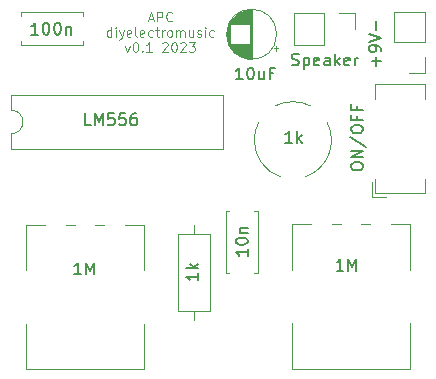
<source format=gbr>
%TF.GenerationSoftware,KiCad,Pcbnew,(6.0.5)*%
%TF.CreationDate,2023-09-02T14:46:17+01:00*%
%TF.ProjectId,AtariPunkConsole,41746172-6950-4756-9e6b-436f6e736f6c,rev?*%
%TF.SameCoordinates,Original*%
%TF.FileFunction,Legend,Top*%
%TF.FilePolarity,Positive*%
%FSLAX46Y46*%
G04 Gerber Fmt 4.6, Leading zero omitted, Abs format (unit mm)*
G04 Created by KiCad (PCBNEW (6.0.5)) date 2023-09-02 14:46:17*
%MOMM*%
%LPD*%
G01*
G04 APERTURE LIST*
%ADD10C,0.100000*%
%ADD11C,0.150000*%
%ADD12C,0.120000*%
G04 APERTURE END LIST*
D10*
X131519523Y-91225333D02*
X131900476Y-91225333D01*
X131443333Y-91453904D02*
X131710000Y-90653904D01*
X131976666Y-91453904D01*
X132243333Y-91453904D02*
X132243333Y-90653904D01*
X132548095Y-90653904D01*
X132624285Y-90692000D01*
X132662380Y-90730095D01*
X132700476Y-90806285D01*
X132700476Y-90920571D01*
X132662380Y-90996761D01*
X132624285Y-91034857D01*
X132548095Y-91072952D01*
X132243333Y-91072952D01*
X133500476Y-91377714D02*
X133462380Y-91415809D01*
X133348095Y-91453904D01*
X133271904Y-91453904D01*
X133157619Y-91415809D01*
X133081428Y-91339619D01*
X133043333Y-91263428D01*
X133005238Y-91111047D01*
X133005238Y-90996761D01*
X133043333Y-90844380D01*
X133081428Y-90768190D01*
X133157619Y-90692000D01*
X133271904Y-90653904D01*
X133348095Y-90653904D01*
X133462380Y-90692000D01*
X133500476Y-90730095D01*
X128357619Y-92741904D02*
X128357619Y-91941904D01*
X128357619Y-92703809D02*
X128281428Y-92741904D01*
X128129047Y-92741904D01*
X128052857Y-92703809D01*
X128014761Y-92665714D01*
X127976666Y-92589523D01*
X127976666Y-92360952D01*
X128014761Y-92284761D01*
X128052857Y-92246666D01*
X128129047Y-92208571D01*
X128281428Y-92208571D01*
X128357619Y-92246666D01*
X128738571Y-92741904D02*
X128738571Y-92208571D01*
X128738571Y-91941904D02*
X128700476Y-91980000D01*
X128738571Y-92018095D01*
X128776666Y-91980000D01*
X128738571Y-91941904D01*
X128738571Y-92018095D01*
X129043333Y-92208571D02*
X129233809Y-92741904D01*
X129424285Y-92208571D02*
X129233809Y-92741904D01*
X129157619Y-92932380D01*
X129119523Y-92970476D01*
X129043333Y-93008571D01*
X130033809Y-92703809D02*
X129957619Y-92741904D01*
X129805238Y-92741904D01*
X129729047Y-92703809D01*
X129690952Y-92627619D01*
X129690952Y-92322857D01*
X129729047Y-92246666D01*
X129805238Y-92208571D01*
X129957619Y-92208571D01*
X130033809Y-92246666D01*
X130071904Y-92322857D01*
X130071904Y-92399047D01*
X129690952Y-92475238D01*
X130529047Y-92741904D02*
X130452857Y-92703809D01*
X130414761Y-92627619D01*
X130414761Y-91941904D01*
X131138571Y-92703809D02*
X131062380Y-92741904D01*
X130910000Y-92741904D01*
X130833809Y-92703809D01*
X130795714Y-92627619D01*
X130795714Y-92322857D01*
X130833809Y-92246666D01*
X130910000Y-92208571D01*
X131062380Y-92208571D01*
X131138571Y-92246666D01*
X131176666Y-92322857D01*
X131176666Y-92399047D01*
X130795714Y-92475238D01*
X131862380Y-92703809D02*
X131786190Y-92741904D01*
X131633809Y-92741904D01*
X131557619Y-92703809D01*
X131519523Y-92665714D01*
X131481428Y-92589523D01*
X131481428Y-92360952D01*
X131519523Y-92284761D01*
X131557619Y-92246666D01*
X131633809Y-92208571D01*
X131786190Y-92208571D01*
X131862380Y-92246666D01*
X132090952Y-92208571D02*
X132395714Y-92208571D01*
X132205238Y-91941904D02*
X132205238Y-92627619D01*
X132243333Y-92703809D01*
X132319523Y-92741904D01*
X132395714Y-92741904D01*
X132662380Y-92741904D02*
X132662380Y-92208571D01*
X132662380Y-92360952D02*
X132700476Y-92284761D01*
X132738571Y-92246666D01*
X132814761Y-92208571D01*
X132890952Y-92208571D01*
X133271904Y-92741904D02*
X133195714Y-92703809D01*
X133157619Y-92665714D01*
X133119523Y-92589523D01*
X133119523Y-92360952D01*
X133157619Y-92284761D01*
X133195714Y-92246666D01*
X133271904Y-92208571D01*
X133386190Y-92208571D01*
X133462380Y-92246666D01*
X133500476Y-92284761D01*
X133538571Y-92360952D01*
X133538571Y-92589523D01*
X133500476Y-92665714D01*
X133462380Y-92703809D01*
X133386190Y-92741904D01*
X133271904Y-92741904D01*
X133881428Y-92741904D02*
X133881428Y-92208571D01*
X133881428Y-92284761D02*
X133919523Y-92246666D01*
X133995714Y-92208571D01*
X134110000Y-92208571D01*
X134186190Y-92246666D01*
X134224285Y-92322857D01*
X134224285Y-92741904D01*
X134224285Y-92322857D02*
X134262380Y-92246666D01*
X134338571Y-92208571D01*
X134452857Y-92208571D01*
X134529047Y-92246666D01*
X134567142Y-92322857D01*
X134567142Y-92741904D01*
X135290952Y-92208571D02*
X135290952Y-92741904D01*
X134948095Y-92208571D02*
X134948095Y-92627619D01*
X134986190Y-92703809D01*
X135062380Y-92741904D01*
X135176666Y-92741904D01*
X135252857Y-92703809D01*
X135290952Y-92665714D01*
X135633809Y-92703809D02*
X135710000Y-92741904D01*
X135862380Y-92741904D01*
X135938571Y-92703809D01*
X135976666Y-92627619D01*
X135976666Y-92589523D01*
X135938571Y-92513333D01*
X135862380Y-92475238D01*
X135748095Y-92475238D01*
X135671904Y-92437142D01*
X135633809Y-92360952D01*
X135633809Y-92322857D01*
X135671904Y-92246666D01*
X135748095Y-92208571D01*
X135862380Y-92208571D01*
X135938571Y-92246666D01*
X136319523Y-92741904D02*
X136319523Y-92208571D01*
X136319523Y-91941904D02*
X136281428Y-91980000D01*
X136319523Y-92018095D01*
X136357619Y-91980000D01*
X136319523Y-91941904D01*
X136319523Y-92018095D01*
X137043333Y-92703809D02*
X136967142Y-92741904D01*
X136814761Y-92741904D01*
X136738571Y-92703809D01*
X136700476Y-92665714D01*
X136662380Y-92589523D01*
X136662380Y-92360952D01*
X136700476Y-92284761D01*
X136738571Y-92246666D01*
X136814761Y-92208571D01*
X136967142Y-92208571D01*
X137043333Y-92246666D01*
X129538571Y-93496571D02*
X129729047Y-94029904D01*
X129919523Y-93496571D01*
X130376666Y-93229904D02*
X130452857Y-93229904D01*
X130529047Y-93268000D01*
X130567142Y-93306095D01*
X130605238Y-93382285D01*
X130643333Y-93534666D01*
X130643333Y-93725142D01*
X130605238Y-93877523D01*
X130567142Y-93953714D01*
X130529047Y-93991809D01*
X130452857Y-94029904D01*
X130376666Y-94029904D01*
X130300476Y-93991809D01*
X130262380Y-93953714D01*
X130224285Y-93877523D01*
X130186190Y-93725142D01*
X130186190Y-93534666D01*
X130224285Y-93382285D01*
X130262380Y-93306095D01*
X130300476Y-93268000D01*
X130376666Y-93229904D01*
X130986190Y-93953714D02*
X131024285Y-93991809D01*
X130986190Y-94029904D01*
X130948095Y-93991809D01*
X130986190Y-93953714D01*
X130986190Y-94029904D01*
X131786190Y-94029904D02*
X131329047Y-94029904D01*
X131557619Y-94029904D02*
X131557619Y-93229904D01*
X131481428Y-93344190D01*
X131405238Y-93420380D01*
X131329047Y-93458476D01*
X132700476Y-93306095D02*
X132738571Y-93268000D01*
X132814761Y-93229904D01*
X133005238Y-93229904D01*
X133081428Y-93268000D01*
X133119523Y-93306095D01*
X133157619Y-93382285D01*
X133157619Y-93458476D01*
X133119523Y-93572761D01*
X132662380Y-94029904D01*
X133157619Y-94029904D01*
X133652857Y-93229904D02*
X133729047Y-93229904D01*
X133805238Y-93268000D01*
X133843333Y-93306095D01*
X133881428Y-93382285D01*
X133919523Y-93534666D01*
X133919523Y-93725142D01*
X133881428Y-93877523D01*
X133843333Y-93953714D01*
X133805238Y-93991809D01*
X133729047Y-94029904D01*
X133652857Y-94029904D01*
X133576666Y-93991809D01*
X133538571Y-93953714D01*
X133500476Y-93877523D01*
X133462380Y-93725142D01*
X133462380Y-93534666D01*
X133500476Y-93382285D01*
X133538571Y-93306095D01*
X133576666Y-93268000D01*
X133652857Y-93229904D01*
X134224285Y-93306095D02*
X134262380Y-93268000D01*
X134338571Y-93229904D01*
X134529047Y-93229904D01*
X134605238Y-93268000D01*
X134643333Y-93306095D01*
X134681428Y-93382285D01*
X134681428Y-93458476D01*
X134643333Y-93572761D01*
X134186190Y-94029904D01*
X134681428Y-94029904D01*
X134948095Y-93229904D02*
X135443333Y-93229904D01*
X135176666Y-93534666D01*
X135290952Y-93534666D01*
X135367142Y-93572761D01*
X135405238Y-93610857D01*
X135443333Y-93687047D01*
X135443333Y-93877523D01*
X135405238Y-93953714D01*
X135367142Y-93991809D01*
X135290952Y-94029904D01*
X135062380Y-94029904D01*
X134986190Y-93991809D01*
X134948095Y-93953714D01*
D11*
X150821428Y-95224761D02*
X150821428Y-94462857D01*
X151202380Y-94843809D02*
X150440476Y-94843809D01*
X151202380Y-93939047D02*
X151202380Y-93748571D01*
X151154761Y-93653333D01*
X151107142Y-93605714D01*
X150964285Y-93510476D01*
X150773809Y-93462857D01*
X150392857Y-93462857D01*
X150297619Y-93510476D01*
X150250000Y-93558095D01*
X150202380Y-93653333D01*
X150202380Y-93843809D01*
X150250000Y-93939047D01*
X150297619Y-93986666D01*
X150392857Y-94034285D01*
X150630952Y-94034285D01*
X150726190Y-93986666D01*
X150773809Y-93939047D01*
X150821428Y-93843809D01*
X150821428Y-93653333D01*
X150773809Y-93558095D01*
X150726190Y-93510476D01*
X150630952Y-93462857D01*
X150202380Y-93177142D02*
X151202380Y-92843809D01*
X150202380Y-92510476D01*
X150821428Y-92177142D02*
X150821428Y-91415238D01*
%TO.C,RV2*%
X148014285Y-112542380D02*
X147442857Y-112542380D01*
X147728571Y-112542380D02*
X147728571Y-111542380D01*
X147633333Y-111685238D01*
X147538095Y-111780476D01*
X147442857Y-111828095D01*
X148442857Y-112542380D02*
X148442857Y-111542380D01*
X148776190Y-112256666D01*
X149109523Y-111542380D01*
X149109523Y-112542380D01*
%TO.C,S1*%
X148662380Y-103813809D02*
X148662380Y-103623333D01*
X148710000Y-103528095D01*
X148805238Y-103432857D01*
X148995714Y-103385238D01*
X149329047Y-103385238D01*
X149519523Y-103432857D01*
X149614761Y-103528095D01*
X149662380Y-103623333D01*
X149662380Y-103813809D01*
X149614761Y-103909047D01*
X149519523Y-104004285D01*
X149329047Y-104051904D01*
X148995714Y-104051904D01*
X148805238Y-104004285D01*
X148710000Y-103909047D01*
X148662380Y-103813809D01*
X149662380Y-102956666D02*
X148662380Y-102956666D01*
X149662380Y-102385238D01*
X148662380Y-102385238D01*
X148614761Y-101194761D02*
X149900476Y-102051904D01*
X148662380Y-100670952D02*
X148662380Y-100480476D01*
X148710000Y-100385238D01*
X148805238Y-100290000D01*
X148995714Y-100242380D01*
X149329047Y-100242380D01*
X149519523Y-100290000D01*
X149614761Y-100385238D01*
X149662380Y-100480476D01*
X149662380Y-100670952D01*
X149614761Y-100766190D01*
X149519523Y-100861428D01*
X149329047Y-100909047D01*
X148995714Y-100909047D01*
X148805238Y-100861428D01*
X148710000Y-100766190D01*
X148662380Y-100670952D01*
X149138571Y-99480476D02*
X149138571Y-99813809D01*
X149662380Y-99813809D02*
X148662380Y-99813809D01*
X148662380Y-99337619D01*
X149138571Y-98623333D02*
X149138571Y-98956666D01*
X149662380Y-98956666D02*
X148662380Y-98956666D01*
X148662380Y-98480476D01*
%TO.C,U1*%
X126649523Y-100232380D02*
X126173333Y-100232380D01*
X126173333Y-99232380D01*
X126982857Y-100232380D02*
X126982857Y-99232380D01*
X127316190Y-99946666D01*
X127649523Y-99232380D01*
X127649523Y-100232380D01*
X128601904Y-99232380D02*
X128125714Y-99232380D01*
X128078095Y-99708571D01*
X128125714Y-99660952D01*
X128220952Y-99613333D01*
X128459047Y-99613333D01*
X128554285Y-99660952D01*
X128601904Y-99708571D01*
X128649523Y-99803809D01*
X128649523Y-100041904D01*
X128601904Y-100137142D01*
X128554285Y-100184761D01*
X128459047Y-100232380D01*
X128220952Y-100232380D01*
X128125714Y-100184761D01*
X128078095Y-100137142D01*
X129554285Y-99232380D02*
X129078095Y-99232380D01*
X129030476Y-99708571D01*
X129078095Y-99660952D01*
X129173333Y-99613333D01*
X129411428Y-99613333D01*
X129506666Y-99660952D01*
X129554285Y-99708571D01*
X129601904Y-99803809D01*
X129601904Y-100041904D01*
X129554285Y-100137142D01*
X129506666Y-100184761D01*
X129411428Y-100232380D01*
X129173333Y-100232380D01*
X129078095Y-100184761D01*
X129030476Y-100137142D01*
X130459047Y-99232380D02*
X130268571Y-99232380D01*
X130173333Y-99280000D01*
X130125714Y-99327619D01*
X130030476Y-99470476D01*
X129982857Y-99660952D01*
X129982857Y-100041904D01*
X130030476Y-100137142D01*
X130078095Y-100184761D01*
X130173333Y-100232380D01*
X130363809Y-100232380D01*
X130459047Y-100184761D01*
X130506666Y-100137142D01*
X130554285Y-100041904D01*
X130554285Y-99803809D01*
X130506666Y-99708571D01*
X130459047Y-99660952D01*
X130363809Y-99613333D01*
X130173333Y-99613333D01*
X130078095Y-99660952D01*
X130030476Y-99708571D01*
X129982857Y-99803809D01*
%TO.C,R2*%
X135732380Y-112769047D02*
X135732380Y-113340476D01*
X135732380Y-113054761D02*
X134732380Y-113054761D01*
X134875238Y-113150000D01*
X134970476Y-113245238D01*
X135018095Y-113340476D01*
X135732380Y-112340476D02*
X134732380Y-112340476D01*
X135351428Y-112245238D02*
X135732380Y-111959523D01*
X135065714Y-111959523D02*
X135446666Y-112340476D01*
%TO.C,RV3*%
X143670952Y-101732380D02*
X143099523Y-101732380D01*
X143385238Y-101732380D02*
X143385238Y-100732380D01*
X143290000Y-100875238D01*
X143194761Y-100970476D01*
X143099523Y-101018095D01*
X144099523Y-101732380D02*
X144099523Y-100732380D01*
X144194761Y-101351428D02*
X144480476Y-101732380D01*
X144480476Y-101065714D02*
X144099523Y-101446666D01*
%TO.C,LS1*%
X143658095Y-95124761D02*
X143800952Y-95172380D01*
X144039047Y-95172380D01*
X144134285Y-95124761D01*
X144181904Y-95077142D01*
X144229523Y-94981904D01*
X144229523Y-94886666D01*
X144181904Y-94791428D01*
X144134285Y-94743809D01*
X144039047Y-94696190D01*
X143848571Y-94648571D01*
X143753333Y-94600952D01*
X143705714Y-94553333D01*
X143658095Y-94458095D01*
X143658095Y-94362857D01*
X143705714Y-94267619D01*
X143753333Y-94220000D01*
X143848571Y-94172380D01*
X144086666Y-94172380D01*
X144229523Y-94220000D01*
X144658095Y-94505714D02*
X144658095Y-95505714D01*
X144658095Y-94553333D02*
X144753333Y-94505714D01*
X144943809Y-94505714D01*
X145039047Y-94553333D01*
X145086666Y-94600952D01*
X145134285Y-94696190D01*
X145134285Y-94981904D01*
X145086666Y-95077142D01*
X145039047Y-95124761D01*
X144943809Y-95172380D01*
X144753333Y-95172380D01*
X144658095Y-95124761D01*
X145943809Y-95124761D02*
X145848571Y-95172380D01*
X145658095Y-95172380D01*
X145562857Y-95124761D01*
X145515238Y-95029523D01*
X145515238Y-94648571D01*
X145562857Y-94553333D01*
X145658095Y-94505714D01*
X145848571Y-94505714D01*
X145943809Y-94553333D01*
X145991428Y-94648571D01*
X145991428Y-94743809D01*
X145515238Y-94839047D01*
X146848571Y-95172380D02*
X146848571Y-94648571D01*
X146800952Y-94553333D01*
X146705714Y-94505714D01*
X146515238Y-94505714D01*
X146420000Y-94553333D01*
X146848571Y-95124761D02*
X146753333Y-95172380D01*
X146515238Y-95172380D01*
X146420000Y-95124761D01*
X146372380Y-95029523D01*
X146372380Y-94934285D01*
X146420000Y-94839047D01*
X146515238Y-94791428D01*
X146753333Y-94791428D01*
X146848571Y-94743809D01*
X147324761Y-95172380D02*
X147324761Y-94172380D01*
X147420000Y-94791428D02*
X147705714Y-95172380D01*
X147705714Y-94505714D02*
X147324761Y-94886666D01*
X148515238Y-95124761D02*
X148420000Y-95172380D01*
X148229523Y-95172380D01*
X148134285Y-95124761D01*
X148086666Y-95029523D01*
X148086666Y-94648571D01*
X148134285Y-94553333D01*
X148229523Y-94505714D01*
X148420000Y-94505714D01*
X148515238Y-94553333D01*
X148562857Y-94648571D01*
X148562857Y-94743809D01*
X148086666Y-94839047D01*
X148991428Y-95172380D02*
X148991428Y-94505714D01*
X148991428Y-94696190D02*
X149039047Y-94600952D01*
X149086666Y-94553333D01*
X149181904Y-94505714D01*
X149277142Y-94505714D01*
%TO.C,C2*%
X122180952Y-92562380D02*
X121609523Y-92562380D01*
X121895238Y-92562380D02*
X121895238Y-91562380D01*
X121800000Y-91705238D01*
X121704761Y-91800476D01*
X121609523Y-91848095D01*
X122800000Y-91562380D02*
X122895238Y-91562380D01*
X122990476Y-91610000D01*
X123038095Y-91657619D01*
X123085714Y-91752857D01*
X123133333Y-91943333D01*
X123133333Y-92181428D01*
X123085714Y-92371904D01*
X123038095Y-92467142D01*
X122990476Y-92514761D01*
X122895238Y-92562380D01*
X122800000Y-92562380D01*
X122704761Y-92514761D01*
X122657142Y-92467142D01*
X122609523Y-92371904D01*
X122561904Y-92181428D01*
X122561904Y-91943333D01*
X122609523Y-91752857D01*
X122657142Y-91657619D01*
X122704761Y-91610000D01*
X122800000Y-91562380D01*
X123752380Y-91562380D02*
X123847619Y-91562380D01*
X123942857Y-91610000D01*
X123990476Y-91657619D01*
X124038095Y-91752857D01*
X124085714Y-91943333D01*
X124085714Y-92181428D01*
X124038095Y-92371904D01*
X123990476Y-92467142D01*
X123942857Y-92514761D01*
X123847619Y-92562380D01*
X123752380Y-92562380D01*
X123657142Y-92514761D01*
X123609523Y-92467142D01*
X123561904Y-92371904D01*
X123514285Y-92181428D01*
X123514285Y-91943333D01*
X123561904Y-91752857D01*
X123609523Y-91657619D01*
X123657142Y-91610000D01*
X123752380Y-91562380D01*
X124514285Y-91895714D02*
X124514285Y-92562380D01*
X124514285Y-91990952D02*
X124561904Y-91943333D01*
X124657142Y-91895714D01*
X124800000Y-91895714D01*
X124895238Y-91943333D01*
X124942857Y-92038571D01*
X124942857Y-92562380D01*
%TO.C,C1*%
X139912380Y-110722857D02*
X139912380Y-111294285D01*
X139912380Y-111008571D02*
X138912380Y-111008571D01*
X139055238Y-111103809D01*
X139150476Y-111199047D01*
X139198095Y-111294285D01*
X138912380Y-110103809D02*
X138912380Y-110008571D01*
X138960000Y-109913333D01*
X139007619Y-109865714D01*
X139102857Y-109818095D01*
X139293333Y-109770476D01*
X139531428Y-109770476D01*
X139721904Y-109818095D01*
X139817142Y-109865714D01*
X139864761Y-109913333D01*
X139912380Y-110008571D01*
X139912380Y-110103809D01*
X139864761Y-110199047D01*
X139817142Y-110246666D01*
X139721904Y-110294285D01*
X139531428Y-110341904D01*
X139293333Y-110341904D01*
X139102857Y-110294285D01*
X139007619Y-110246666D01*
X138960000Y-110199047D01*
X138912380Y-110103809D01*
X139245714Y-109341904D02*
X139912380Y-109341904D01*
X139340952Y-109341904D02*
X139293333Y-109294285D01*
X139245714Y-109199047D01*
X139245714Y-109056190D01*
X139293333Y-108960952D01*
X139388571Y-108913333D01*
X139912380Y-108913333D01*
%TO.C,RV1*%
X125814285Y-112872380D02*
X125242857Y-112872380D01*
X125528571Y-112872380D02*
X125528571Y-111872380D01*
X125433333Y-112015238D01*
X125338095Y-112110476D01*
X125242857Y-112158095D01*
X126242857Y-112872380D02*
X126242857Y-111872380D01*
X126576190Y-112586666D01*
X126909523Y-111872380D01*
X126909523Y-112872380D01*
%TO.C,C3*%
X139478571Y-96352380D02*
X138907142Y-96352380D01*
X139192857Y-96352380D02*
X139192857Y-95352380D01*
X139097619Y-95495238D01*
X139002380Y-95590476D01*
X138907142Y-95638095D01*
X140097619Y-95352380D02*
X140192857Y-95352380D01*
X140288095Y-95400000D01*
X140335714Y-95447619D01*
X140383333Y-95542857D01*
X140430952Y-95733333D01*
X140430952Y-95971428D01*
X140383333Y-96161904D01*
X140335714Y-96257142D01*
X140288095Y-96304761D01*
X140192857Y-96352380D01*
X140097619Y-96352380D01*
X140002380Y-96304761D01*
X139954761Y-96257142D01*
X139907142Y-96161904D01*
X139859523Y-95971428D01*
X139859523Y-95733333D01*
X139907142Y-95542857D01*
X139954761Y-95447619D01*
X140002380Y-95400000D01*
X140097619Y-95352380D01*
X141288095Y-95685714D02*
X141288095Y-96352380D01*
X140859523Y-95685714D02*
X140859523Y-96209523D01*
X140907142Y-96304761D01*
X141002380Y-96352380D01*
X141145238Y-96352380D01*
X141240476Y-96304761D01*
X141288095Y-96257142D01*
X142097619Y-95828571D02*
X141764285Y-95828571D01*
X141764285Y-96352380D02*
X141764285Y-95352380D01*
X142240476Y-95352380D01*
D12*
%TO.C,RV2*%
X143700000Y-116995000D02*
X143700000Y-120860000D01*
X153640000Y-108620000D02*
X153640000Y-112485000D01*
X153640000Y-120860000D02*
X143700000Y-120860000D01*
X145300000Y-108620000D02*
X143700000Y-108620000D01*
X153640000Y-108620000D02*
X152041000Y-108620000D01*
X150299000Y-108620000D02*
X149540000Y-108620000D01*
X147799000Y-108620000D02*
X147040000Y-108620000D01*
X143700000Y-108620000D02*
X143700000Y-112485000D01*
X153640000Y-116995000D02*
X153640000Y-120860000D01*
%TO.C,S1*%
X150410000Y-106277500D02*
X151610000Y-106277500D01*
X150710000Y-104777500D02*
X150710000Y-105977500D01*
X154910000Y-96777500D02*
X154910000Y-97977500D01*
X154910000Y-105977500D02*
X154910000Y-104777500D01*
X150410000Y-105077500D02*
X150410000Y-106277500D01*
X150710000Y-97977500D02*
X150710000Y-96777500D01*
X150710000Y-96777500D02*
X154910000Y-96777500D01*
X150710000Y-105977500D02*
X154910000Y-105977500D01*
%TO.C,U1*%
X119885000Y-100965000D02*
X119885000Y-102215000D01*
X119885000Y-102215000D02*
X137785000Y-102215000D01*
X137785000Y-97715000D02*
X119885000Y-97715000D01*
X137785000Y-102215000D02*
X137785000Y-97715000D01*
X119885000Y-97715000D02*
X119885000Y-98965000D01*
X119885000Y-100965000D02*
G75*
G03*
X119885000Y-98965000I0J1000000D01*
G01*
%TO.C,BT1*%
X154930000Y-93235000D02*
X152270000Y-93235000D01*
X154930000Y-94505000D02*
X154930000Y-95835000D01*
X154930000Y-90635000D02*
X152270000Y-90635000D01*
X154930000Y-93235000D02*
X154930000Y-90635000D01*
X152270000Y-93235000D02*
X152270000Y-90635000D01*
X154930000Y-95835000D02*
X153600000Y-95835000D01*
%TO.C,R2*%
X135390000Y-116730000D02*
X135390000Y-115960000D01*
X136760000Y-115960000D02*
X136760000Y-109420000D01*
X134020000Y-115960000D02*
X136760000Y-115960000D01*
X136760000Y-109420000D02*
X134020000Y-109420000D01*
X134020000Y-109420000D02*
X134020000Y-115960000D01*
X135390000Y-108650000D02*
X135390000Y-109420000D01*
%TO.C,RV3*%
X140470000Y-101510000D02*
G75*
G03*
X142675392Y-104601846I3270000J0D01*
G01*
X145224000Y-98596001D02*
G75*
G03*
X142254798Y-98596613I-1484000J-2913999D01*
G01*
X144804000Y-104602000D02*
G75*
G03*
X146653829Y-100026032I-1064000J3092000D01*
G01*
X140826000Y-100025000D02*
G75*
G03*
X140469925Y-101566863I2914000J-1485000D01*
G01*
%TO.C,LS1*%
X146395000Y-90770000D02*
X146395000Y-93430000D01*
X143795000Y-90770000D02*
X143795000Y-93430000D01*
X147665000Y-90770000D02*
X148995000Y-90770000D01*
X148995000Y-90770000D02*
X148995000Y-92100000D01*
X146395000Y-90770000D02*
X143795000Y-90770000D01*
X146395000Y-93430000D02*
X143795000Y-93430000D01*
%TO.C,C2*%
X120700000Y-90680000D02*
X125940000Y-90680000D01*
X120700000Y-93420000D02*
X125940000Y-93420000D01*
X125940000Y-90680000D02*
X125940000Y-90995000D01*
X125940000Y-93105000D02*
X125940000Y-93420000D01*
X120700000Y-90680000D02*
X120700000Y-90995000D01*
X120700000Y-93105000D02*
X120700000Y-93420000D01*
%TO.C,C1*%
X140780000Y-112730000D02*
X140780000Y-107490000D01*
X140465000Y-107490000D02*
X140780000Y-107490000D01*
X138040000Y-112730000D02*
X138040000Y-107490000D01*
X140465000Y-112730000D02*
X140780000Y-112730000D01*
X138040000Y-107490000D02*
X138355000Y-107490000D01*
X138040000Y-112730000D02*
X138355000Y-112730000D01*
%TO.C,RV1*%
X127769000Y-108660000D02*
X127010000Y-108660000D01*
X125269000Y-108660000D02*
X124510000Y-108660000D01*
X121170000Y-108660000D02*
X121170000Y-112525000D01*
X131110000Y-117035000D02*
X131110000Y-120900000D01*
X121170000Y-117035000D02*
X121170000Y-120900000D01*
X131110000Y-108660000D02*
X131110000Y-112525000D01*
X131110000Y-108660000D02*
X129511000Y-108660000D01*
X131110000Y-120900000D02*
X121170000Y-120900000D01*
X122770000Y-108660000D02*
X121170000Y-108660000D01*
%TO.C,C3*%
X138681600Y-91700000D02*
X138681600Y-91144000D01*
X138201600Y-93077000D02*
X138201600Y-92003000D01*
X139121600Y-91700000D02*
X139121600Y-90780000D01*
X139682600Y-91700000D02*
X139682600Y-90535000D01*
X139401600Y-91700000D02*
X139401600Y-90633000D01*
X142312401Y-93935000D02*
X142312401Y-93535000D01*
X138361600Y-93480000D02*
X138361600Y-91600000D01*
X139602600Y-91700000D02*
X139602600Y-90558000D01*
X139521600Y-94494000D02*
X139521600Y-93380000D01*
X138681600Y-93936000D02*
X138681600Y-93380000D01*
X139642600Y-94534000D02*
X139642600Y-93380000D01*
X139441600Y-94464000D02*
X139441600Y-93380000D01*
X139361600Y-94429000D02*
X139361600Y-93380000D01*
X139281600Y-94391000D02*
X139281600Y-93380000D01*
X138521600Y-93740000D02*
X138521600Y-93380000D01*
X139041600Y-94248000D02*
X139041600Y-93380000D01*
X138721600Y-93978000D02*
X138721600Y-93380000D01*
X139842600Y-91700000D02*
X139842600Y-90498000D01*
X139722600Y-94556000D02*
X139722600Y-93380000D01*
X139121600Y-94300000D02*
X139121600Y-93380000D01*
X138761600Y-91700000D02*
X138761600Y-91062000D01*
X139842600Y-94582000D02*
X139842600Y-93380000D01*
X138401600Y-93553000D02*
X138401600Y-91527000D01*
X138561600Y-93794000D02*
X138561600Y-93380000D01*
X139802600Y-94574000D02*
X139802600Y-93380000D01*
X138961600Y-94190000D02*
X138961600Y-93380000D01*
X138841600Y-91700000D02*
X138841600Y-90988000D01*
X139241600Y-94370000D02*
X139241600Y-93380000D01*
X139041600Y-91700000D02*
X139041600Y-90832000D01*
X140002600Y-91700000D02*
X140002600Y-90473000D01*
X139001600Y-91700000D02*
X139001600Y-90860000D01*
X139321600Y-91700000D02*
X139321600Y-90670000D01*
X139922600Y-94596000D02*
X139922600Y-93380000D01*
X138881600Y-91700000D02*
X138881600Y-90953000D01*
X138441600Y-93620000D02*
X138441600Y-93380000D01*
X138441600Y-91700000D02*
X138441600Y-91460000D01*
X139281600Y-91700000D02*
X139281600Y-90689000D01*
X140042600Y-94611000D02*
X140042600Y-93380000D01*
X140122600Y-94617000D02*
X140122600Y-90463000D01*
X138961600Y-91700000D02*
X138961600Y-90890000D01*
X139361600Y-91700000D02*
X139361600Y-90651000D01*
X139762600Y-91700000D02*
X139762600Y-90515000D01*
X139481600Y-91700000D02*
X139481600Y-90600000D01*
X139882600Y-91700000D02*
X139882600Y-90490000D01*
X138921600Y-94159000D02*
X138921600Y-93380000D01*
X139962600Y-91700000D02*
X139962600Y-90478000D01*
X139602600Y-94522000D02*
X139602600Y-93380000D01*
X139201600Y-94348000D02*
X139201600Y-93380000D01*
X139081600Y-91700000D02*
X139081600Y-90805000D01*
X138641600Y-91700000D02*
X138641600Y-91189000D01*
X138481600Y-93682000D02*
X138481600Y-93380000D01*
X139321600Y-94410000D02*
X139321600Y-93380000D01*
X140082600Y-94614000D02*
X140082600Y-90466000D01*
X140242600Y-94620000D02*
X140242600Y-90460000D01*
X138921600Y-91700000D02*
X138921600Y-90921000D01*
X138801600Y-94056000D02*
X138801600Y-93380000D01*
X139201600Y-91700000D02*
X139201600Y-90732000D01*
X139882600Y-94590000D02*
X139882600Y-93380000D01*
X138601600Y-93844000D02*
X138601600Y-93380000D01*
X140202600Y-94620000D02*
X140202600Y-90460000D01*
X138601600Y-91700000D02*
X138601600Y-91236000D01*
X142512401Y-93735000D02*
X142112401Y-93735000D01*
X138561600Y-91700000D02*
X138561600Y-91286000D01*
X139922600Y-91700000D02*
X139922600Y-90484000D01*
X138721600Y-91700000D02*
X138721600Y-91102000D01*
X140002600Y-94607000D02*
X140002600Y-93380000D01*
X139161600Y-91700000D02*
X139161600Y-90755000D01*
X138321600Y-93399000D02*
X138321600Y-91681000D01*
X138521600Y-91700000D02*
X138521600Y-91340000D01*
X138481600Y-91700000D02*
X138481600Y-91398000D01*
X139682600Y-94545000D02*
X139682600Y-93380000D01*
X138641600Y-93891000D02*
X138641600Y-93380000D01*
X138161600Y-92910000D02*
X138161600Y-92170000D01*
X139001600Y-94220000D02*
X139001600Y-93380000D01*
X139081600Y-94275000D02*
X139081600Y-93380000D01*
X138281600Y-93308000D02*
X138281600Y-91772000D01*
X139481600Y-94480000D02*
X139481600Y-93380000D01*
X140042600Y-91700000D02*
X140042600Y-90469000D01*
X139241600Y-91700000D02*
X139241600Y-90710000D01*
X138841600Y-94092000D02*
X138841600Y-93380000D01*
X139161600Y-94325000D02*
X139161600Y-93380000D01*
X139521600Y-91700000D02*
X139521600Y-90586000D01*
X139562600Y-91700000D02*
X139562600Y-90572000D01*
X138241600Y-93204000D02*
X138241600Y-91876000D01*
X139722600Y-91700000D02*
X139722600Y-90524000D01*
X139762600Y-94565000D02*
X139762600Y-93380000D01*
X139562600Y-94508000D02*
X139562600Y-93380000D01*
X139401600Y-94447000D02*
X139401600Y-93380000D01*
X138761600Y-94018000D02*
X138761600Y-93380000D01*
X140162600Y-94619000D02*
X140162600Y-90461000D01*
X139642600Y-91700000D02*
X139642600Y-90546000D01*
X139962600Y-94602000D02*
X139962600Y-93380000D01*
X139441600Y-91700000D02*
X139441600Y-90616000D01*
X138881600Y-94127000D02*
X138881600Y-93380000D01*
X139802600Y-91700000D02*
X139802600Y-90506000D01*
X138801600Y-91700000D02*
X138801600Y-91024000D01*
X142362600Y-92540000D02*
G75*
G03*
X142362600Y-92540000I-2120000J0D01*
G01*
%TD*%
M02*

</source>
